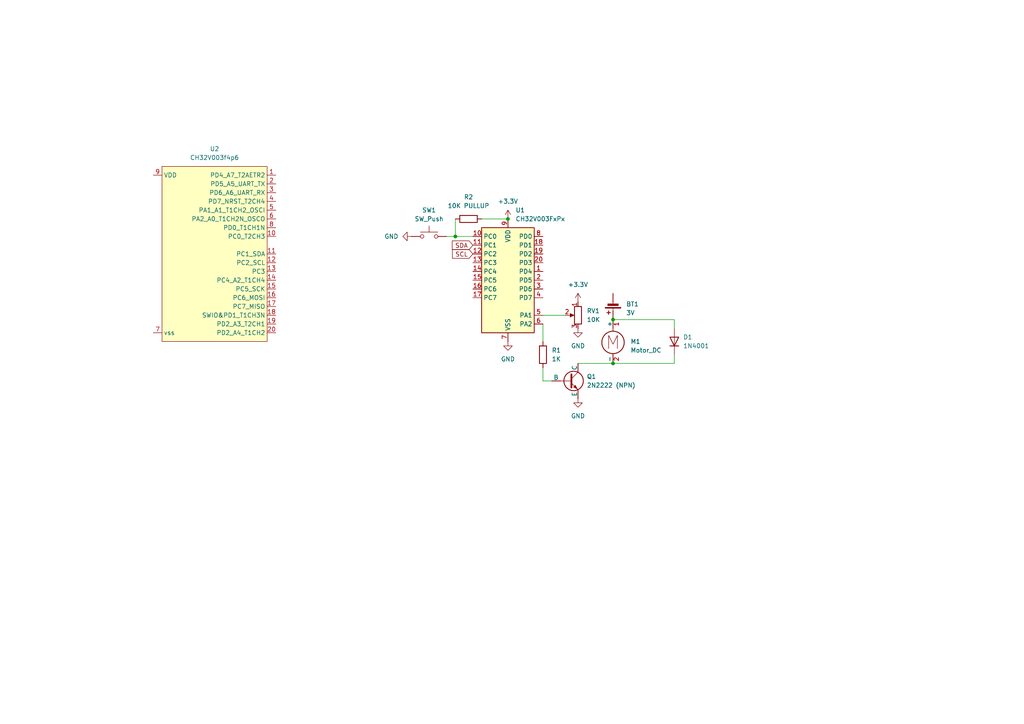
<source format=kicad_sch>
(kicad_sch (version 20231120) (generator "eeschema") (generator_version "8.0")
  (paper "A4")
  (lib_symbols
    (symbol "CH32V003:CH32V003f4p6"
      (property "Reference" "U" (at 0 31.75 0))
      (property "Value" "CH32V003f4p6" (at -7.62 0 90))
      (symbol "CH32V003f4p6_1_1"
        (rectangle (start -15.24 27.94) (end 15.24 -22.86) (fill (type background)))
        (pin bidirectional line (at 17.78 25.4 180) (length 2.54) (name "PD4_A7_T2AETR2") (number "1"))
        (pin bidirectional line (at 17.78 7.62 180) (length 2.54) (name "PC0_T2CH3") (number "10"))
        (pin bidirectional line (at 17.78 2.54 180) (length 2.54) (name "PC1_SDA") (number "11"))
        (pin bidirectional line (at 17.78 0 180) (length 2.54) (name "PC2_SCL") (number "12"))
        (pin bidirectional line (at 17.78 -2.54 180) (length 2.54) (name "PC3") (number "13"))
        (pin bidirectional line (at 17.78 -5.08 180) (length 2.54) (name "PC4_A2_T1CH4") (number "14"))
        (pin bidirectional line (at 17.78 -7.62 180) (length 2.54) (name "PC5_SCK") (number "15"))
        (pin bidirectional line (at 17.78 -10.16 180) (length 2.54) (name "PC6_MOSI") (number "16"))
        (pin bidirectional line (at 17.78 -12.7 180) (length 2.54) (name "PC7_MISO") (number "17"))
        (pin bidirectional line (at 17.78 -15.24 180) (length 2.54) (name "SWIO&PD1_T1CH3N") (number "18"))
        (pin bidirectional line (at 17.78 -17.78 180) (length 2.54) (name "PD2_A3_T2CH1") (number "19"))
        (pin bidirectional line (at 17.78 22.86 180) (length 2.54) (name "PD5_A5_UART_TX") (number "2"))
        (pin bidirectional line (at 17.78 -20.32 180) (length 2.54) (name "PD2_A4_T1CH2") (number "20"))
        (pin bidirectional line (at 17.78 20.32 180) (length 2.54) (name "PD6_A6_UART_RX") (number "3"))
        (pin bidirectional line (at 17.78 17.78 180) (length 2.54) (name "PD7_NRST_T2CH4") (number "4"))
        (pin bidirectional line (at 17.78 15.24 180) (length 2.54) (name "PA1_A1_T1CH2_OSCI") (number "5"))
        (pin bidirectional line (at 17.78 12.7 180) (length 2.54) (name "PA2_A0_T1CH2N_OSCO") (number "6"))
        (pin power_in line (at -17.78 -20.32 0) (length 2.54) (name "vss") (number "7"))
        (pin bidirectional line (at 17.78 10.16 180) (length 2.54) (name "PD0_T1CH1N") (number "8"))
        (pin power_in line (at -17.78 25.4 0) (length 2.54) (name "VDD") (number "9"))
      )
    )
    (symbol "Device:Battery_Cell" (pin_numbers hide) (pin_names (offset 0) hide)
      (property "Reference" "BT" (at 2.54 2.54 0))
      (property "Value" "Battery_Cell" (at 2.54 0 0))
      (symbol "Battery_Cell_0_1"
        (rectangle (start -2.286 1.778) (end 2.286 1.524) (fill (type outline)))
        (rectangle (start -1.524 1.016) (end 1.524 0.508) (fill (type outline)))
        (polyline (pts (xy 0 0.762) (xy 0 0)))
        (polyline (pts (xy 0 1.778) (xy 0 2.54)))
        (polyline (pts (xy 0.762 3.048) (xy 1.778 3.048)) (stroke (width 0.254)))
        (polyline (pts (xy 1.27 3.556) (xy 1.27 2.54)) (stroke (width 0.254)))
      )
      (symbol "Battery_Cell_1_1"
        (pin passive line (at 0 5.08 270) (length 2.54) (name "+") (number "1"))
        (pin passive line (at 0 -2.54 90) (length 2.54) (name "-") (number "2"))
      )
    )
    (symbol "Device:R" (pin_numbers hide) (pin_names (offset 0))
      (property "Reference" "R" (at 2.032 0 90))
      (property "Value" "R" (at 0 0 90))
      (symbol "R_0_1"
        (rectangle (start -1.016 -2.54) (end 1.016 2.54) (stroke (width 0.254)))
      )
      (symbol "R_1_1"
        (pin passive line (at 0 3.81 270) (length 1.27) (name "~") (number "1"))
        (pin passive line (at 0 -3.81 90) (length 1.27) (name "~") (number "2"))
      )
    )
    (symbol "Device:R_Potentiometer" (pin_names (offset 1.016) hide)
      (property "Reference" "RV" (at -4.445 0 90))
      (property "Value" "R_Potentiometer" (at -2.54 0 90))
      (symbol "R_Potentiometer_0_1"
        (polyline (pts (xy 2.54 0) (xy 1.524 0)))
        (polyline (pts (xy 1.143 0) (xy 2.286 0.508) (xy 2.286 -0.508) (xy 1.143 0)) (fill (type outline)))
        (rectangle (start 1.016 2.54) (end -1.016 -2.54) (stroke (width 0.254)))
      )
      (symbol "R_Potentiometer_1_1"
        (pin passive line (at 0 3.81 270) (length 1.27) (name "1") (number "1"))
        (pin passive line (at 3.81 0 180) (length 1.27) (name "2") (number "2"))
        (pin passive line (at 0 -3.81 90) (length 1.27) (name "3") (number "3"))
      )
    )
    (symbol "Diode:1N4001" (pin_numbers hide) (pin_names hide)
      (property "Reference" "D" (at 0 2.54 0))
      (property "Value" "1N4001" (at 0 -2.54 0))
      (symbol "1N4001_0_1"
        (polyline (pts (xy -1.27 1.27) (xy -1.27 -1.27)) (stroke (width 0.254)))
        (polyline (pts (xy 1.27 0) (xy -1.27 0)))
        (polyline (pts (xy 1.27 1.27) (xy 1.27 -1.27) (xy -1.27 0) (xy 1.27 1.27)) (stroke (width 0.254)))
      )
      (symbol "1N4001_1_1"
        (pin passive line (at -3.81 0 0) (length 2.54) (name "K") (number "1"))
        (pin passive line (at 3.81 0 180) (length 2.54) (name "A") (number "2"))
      )
    )
    (symbol "MCU_WCH_CH32V0:CH32V003FxPx"
      (property "Reference" "U" (at -7.62 17.78 0))
      (property "Value" "CH32V003FxPx" (at 7.62 17.78 0))
      (symbol "CH32V003FxPx_1_1"
        (rectangle (start -7.62 15.24) (end 7.62 -15.24) (stroke (width 0.254)) (fill (type background)))
        (pin bidirectional line (at 10.16 2.54 180) (length 2.54) (name "PD4") (number "1"))
        (pin bidirectional line (at -10.16 12.7 0) (length 2.54) (name "PC0") (number "10"))
        (pin bidirectional line (at -10.16 10.16 0) (length 2.54) (name "PC1") (number "11"))
        (pin bidirectional line (at -10.16 7.62 0) (length 2.54) (name "PC2") (number "12"))
        (pin bidirectional line (at -10.16 5.08 0) (length 2.54) (name "PC3") (number "13"))
        (pin bidirectional line (at -10.16 2.54 0) (length 2.54) (name "PC4") (number "14"))
        (pin bidirectional line (at -10.16 0 0) (length 2.54) (name "PC5") (number "15"))
        (pin bidirectional line (at -10.16 -2.54 0) (length 2.54) (name "PC6") (number "16"))
        (pin bidirectional line (at -10.16 -5.08 0) (length 2.54) (name "PC7") (number "17"))
        (pin bidirectional line (at 10.16 10.16 180) (length 2.54) (name "PD1") (number "18"))
        (pin bidirectional line (at 10.16 7.62 180) (length 2.54) (name "PD2") (number "19"))
        (pin bidirectional line (at 10.16 0 180) (length 2.54) (name "PD5") (number "2"))
        (pin bidirectional line (at 10.16 5.08 180) (length 2.54) (name "PD3") (number "20"))
        (pin bidirectional line (at 10.16 -2.54 180) (length 2.54) (name "PD6") (number "3"))
        (pin bidirectional line (at 10.16 -5.08 180) (length 2.54) (name "PD7") (number "4"))
        (pin bidirectional line (at 10.16 -10.16 180) (length 2.54) (name "PA1") (number "5"))
        (pin bidirectional line (at 10.16 -12.7 180) (length 2.54) (name "PA2") (number "6"))
        (pin power_in line (at 0 -17.78 90) (length 2.54) (name "VSS") (number "7"))
        (pin bidirectional line (at 10.16 12.7 180) (length 2.54) (name "PD0") (number "8"))
        (pin power_in line (at 0 17.78 270) (length 2.54) (name "VDD") (number "9"))
      )
    )
    (symbol "Motor:Motor_DC" (pin_names (offset 0))
      (property "Reference" "M" (at 2.54 2.54 0))
      (property "Value" "Motor_DC" (at 2.54 -5.08 0))
      (symbol "Motor_DC_0_0"
        (polyline (pts (xy -1.27 -3.302) (xy -1.27 0.508) (xy 0 -2.032) (xy 1.27 0.508) (xy 1.27 -3.302)))
      )
      (symbol "Motor_DC_0_1"
        (circle (center 0 -1.524) (radius 3.2512) (stroke (width 0.254)))
        (polyline (pts (xy 0 -7.62) (xy 0 -7.112)))
        (polyline (pts (xy 0 -4.7752) (xy 0 -5.1816)))
        (polyline (pts (xy 0 1.7272) (xy 0 2.0828)))
        (polyline (pts (xy 0 2.032) (xy 0 2.54)))
      )
      (symbol "Motor_DC_1_1"
        (pin passive line (at 0 5.08 270) (length 2.54) (name "+") (number "1"))
        (pin passive line (at 0 -7.62 90) (length 2.54) (name "-") (number "2"))
      )
    )
    (symbol "Simulation_SPICE:NPN" (pin_numbers hide) (pin_names (offset 0))
      (property "Reference" "Q" (at -2.54 7.62 0))
      (property "Value" "NPN" (at -2.54 5.08 0))
      (symbol "NPN_0_1"
        (polyline (pts (xy -2.54 0) (xy 0.635 0)) (stroke (width 0.1524)))
        (polyline (pts (xy 0.635 0.635) (xy 2.54 2.54)))
        (polyline (pts (xy 2.794 -1.27) (xy 2.794 -1.27)) (stroke (width 0.1524)))
        (polyline (pts (xy 2.794 -1.27) (xy 2.794 -1.27)) (stroke (width 0.1524)))
        (polyline (pts (xy 0.635 -0.635) (xy 2.54 -2.54) (xy 2.54 -2.54)))
        (polyline (pts (xy 0.635 1.905) (xy 0.635 -1.905) (xy 0.635 -1.905)) (stroke (width 0.508)))
        (polyline (pts (xy 1.27 -1.778) (xy 1.778 -1.27) (xy 2.286 -2.286) (xy 1.27 -1.778) (xy 1.27 -1.778)) (fill (type outline)))
        (circle (center 1.27 0) (radius 2.8194) (stroke (width 0.254)))
      )
      (symbol "NPN_1_1"
        (pin open_collector line (at 2.54 5.08 270) (length 2.54) (name "C") (number "1"))
        (pin input line (at -5.08 0 0) (length 2.54) (name "B") (number "2"))
        (pin open_emitter line (at 2.54 -5.08 90) (length 2.54) (name "E") (number "3"))
      )
    )
    (symbol "Switch:SW_Push" (pin_numbers hide) (pin_names (offset 1.016) hide)
      (property "Reference" "SW" (at 1.27 2.54 0))
      (property "Value" "SW_Push" (at 0 -1.524 0))
      (symbol "SW_Push_0_1"
        (circle (center -2.032 0) (radius 0.508))
        (polyline (pts (xy 0 1.27) (xy 0 3.048)))
        (polyline (pts (xy 2.54 1.27) (xy -2.54 1.27)))
        (circle (center 2.032 0) (radius 0.508))
        (pin passive line (at -5.08 0 0) (length 2.54) (name "1") (number "1"))
        (pin passive line (at 5.08 0 180) (length 2.54) (name "2") (number "2"))
      )
    )
    (symbol "power:+3.3V" (power) (pin_numbers hide) (pin_names (offset 0) hide)
      (property "Value" "+3.3V" (at 0 3.556 0))
      (symbol "+3.3V_0_1"
        (polyline (pts (xy -0.762 1.27) (xy 0 2.54)))
        (polyline (pts (xy 0 0) (xy 0 2.54)))
        (polyline (pts (xy 0 2.54) (xy 0.762 1.27)))
      )
      (symbol "+3.3V_1_1"
        (pin power_in line (at 0 0 90) (length 0) (name "~") (number "1"))
      )
    )
    (symbol "power:GND" (power) (pin_numbers hide) (pin_names (offset 0) hide)
      (property "Value" "GND" (at 0 -3.81 0))
      (symbol "GND_0_1"
        (polyline (pts (xy 0 0) (xy 0 -1.27) (xy 1.27 -1.27) (xy 0 -2.54) (xy -1.27 -1.27) (xy 0 -1.27)))
      )
      (symbol "GND_1_1"
        (pin power_in line (at 0 0 270) (length 0) (name "~") (number "1"))
      )
    )
  )
  (junction (at 147.32 63.5))
  (junction (at 177.8 105.41))
  (junction (at 132.08 68.58))
  (junction (at 177.8 92.71))
  (wire (pts (xy 132.08 63.5) (xy 132.08 68.58)))
  (wire (pts (xy 157.48 93.98) (xy 157.48 99.06)))
  (wire (pts (xy 157.48 106.68) (xy 157.48 110.49)))
  (wire (pts (xy 157.48 110.49) (xy 160.02 110.49)))
  (wire (pts (xy 157.48 91.44) (xy 163.83 91.44)))
  (wire (pts (xy 132.08 68.58) (xy 137.16 68.58)))
  (wire (pts (xy 139.7 63.5) (xy 147.32 63.5)))
  (wire (pts (xy 195.58 102.87) (xy 195.58 105.41)))
  (wire (pts (xy 195.58 105.41) (xy 177.8 105.41)))
  (wire (pts (xy 167.64 105.41) (xy 177.8 105.41)))
  (wire (pts (xy 195.58 92.71) (xy 195.58 95.25)))
  (wire (pts (xy 129.54 68.58) (xy 132.08 68.58)))
  (wire (pts (xy 177.8 92.71) (xy 195.58 92.71)))
  (global_label "SDA" (shape input) (at 137.16 71.12 180) (property "Intersheetrefs" "${INTERSHEET_REFS}" (effects (hide yes))))
  (global_label "SCL" (shape input) (at 137.16 73.66 180) (property "Intersheetrefs" "${INTERSHEET_REFS}" (effects (hide yes))))
  (symbol (lib_id "power:GND") (at 119.38 68.58 270) (unit 1)
    (property "Reference" "#PWR06" (effects (hide yes)))
    (property "Value" "GND" (at 115.57 68.5799 90) (effects (justify right)))
    (property "Description" "Power symbol creates a global label with name \"GND\" , ground" (effects (hide yes)))
  )
  (symbol (lib_id "power:GND") (at 167.64 95.25 0) (unit 1)
    (property "Reference" "#PWR01" (effects (hide yes)))
    (property "Value" "GND" (at 167.64 100.33 0))
    (property "Description" "Power symbol creates a global label with name \"GND\" , ground" (effects (hide yes)))
  )
  (symbol (lib_id "Simulation_SPICE:NPN") (at 165.1 110.49 0) (unit 1)
    (property "Reference" "Q1" (at 170.18 109.2199 0) (effects (justify left)))
    (property "Value" "2N2222 (NPN)" (at 170.18 111.7599 0) (effects (justify left)))
    (property "Datasheet" "https://ngspice.sourceforge.io/docs/ngspice-html-manual/manual.xhtml#cha_BJTs" (effects (hide yes)))
    (property "Description" "Bipolar transistor symbol for simulation only, substrate tied to the emitter" (effects (hide yes)))
    (property "Sim.Device" "NPN" (effects (hide yes)))
    (property "Sim.Type" "GUMMELPOON" (effects (hide yes)))
    (property "Sim.Pins" "1=C 2=B 3=E" (effects (hide yes)))
  )
  (symbol (lib_id "Device:R") (at 135.89 63.5 90) (unit 1)
    (property "Reference" "R2" (at 135.89 57.15 90))
    (property "Value" "10K PULLUP" (at 135.89 59.69 90))
    (property "Description" "Resistor" (effects (hide yes)))
  )
  (symbol (lib_id "power:GND") (at 167.64 115.57 0) (unit 1)
    (property "Reference" "#PWR05" (effects (hide yes)))
    (property "Value" "GND" (at 167.64 120.65 0))
    (property "Description" "Power symbol creates a global label with name \"GND\" , ground" (effects (hide yes)))
  )
  (symbol (lib_id "power:GND") (at 147.32 99.06 0) (unit 1)
    (property "Reference" "#PWR04" (effects (hide yes)))
    (property "Value" "GND" (at 147.32 104.14 0))
    (property "Description" "Power symbol creates a global label with name \"GND\" , ground" (effects (hide yes)))
  )
  (symbol (lib_id "Motor:Motor_DC") (at 177.8 97.79 0) (unit 1)
    (property "Reference" "M1" (at 182.88 99.0599 0) (effects (justify left)))
    (property "Value" "Motor_DC" (at 182.88 101.5999 0) (effects (justify left)))
    (property "Description" "DC Motor" (effects (hide yes)))
  )
  (symbol (lib_id "Device:Battery_Cell") (at 177.8 87.63 180) (unit 1)
    (property "Reference" "BT1" (at 181.61 88.2014 0) (effects (justify right)))
    (property "Value" "3V" (at 181.61 90.7414 0) (effects (justify right)))
    (property "Description" "Single-cell battery" (effects (hide yes)))
  )
  (symbol (lib_id "Switch:SW_Push") (at 124.46 68.58 0) (unit 1)
    (property "Reference" "SW1" (at 124.46 60.96 0))
    (property "Value" "SW_Push" (at 124.46 63.5 0))
    (property "Description" "Push button switch, generic, two pins" (effects (hide yes)))
  )
  (symbol (lib_id "power:+3.3V") (at 167.64 87.63 0) (unit 1)
    (property "Reference" "#PWR02" (effects (hide yes)))
    (property "Value" "+3.3V" (at 167.64 82.55 0))
    (property "Description" "Power symbol creates a global label with name \"+3.3V\"" (effects (hide yes)))
  )
  (symbol (lib_id "Diode:1N4001") (at 195.58 99.06 90) (unit 1)
    (property "Reference" "D1" (at 198.12 97.7899 90) (effects (justify right)))
    (property "Value" "1N4001" (at 198.12 100.3299 90) (effects (justify right)))
    (property "Footprint" "Diode_THT:D_DO-41_SOD81_P10.16mm_Horizontal" (effects (hide yes)))
    (property "Datasheet" "http://www.vishay.com/docs/88503/1n4001.pdf" (effects (hide yes)))
    (property "Description" "50V 1A General Purpose Rectifier Diode, DO-41" (effects (hide yes)))
    (property "Sim.Device" "D" (effects (hide yes)))
    (property "Sim.Pins" "1=K 2=A" (effects (hide yes)))
  )
  (symbol (lib_id "Device:R_Potentiometer") (at 167.64 91.44 0) (mirror y) (unit 1)
    (property "Reference" "RV1" (at 170.18 90.1699 0) (effects (justify right)))
    (property "Value" "10K" (at 170.18 92.7099 0) (effects (justify right)))
    (property "Description" "Potentiometer" (effects (hide yes)))
  )
  (symbol (lib_id "power:+3.3V") (at 147.32 63.5 0) (unit 1)
    (property "Reference" "#PWR03" (effects (hide yes)))
    (property "Value" "+3.3V" (at 147.32 58.42 0))
    (property "Description" "Power symbol creates a global label with name \"+3.3V\"" (effects (hide yes)))
  )
  (symbol (lib_id "Device:R") (at 157.48 102.87 0) (unit 1)
    (property "Reference" "R1" (at 160.02 101.5999 0) (effects (justify left)))
    (property "Value" "1K" (at 160.02 104.1399 0) (effects (justify left)))
    (property "Description" "Resistor" (effects (hide yes)))
  )
  (symbol (lib_id "MCU_WCH_CH32V0:CH32V003FxPx") (at 147.32 81.28 0) (unit 1)
    (property "Reference" "U1" (at 149.5141 60.96 0) (effects (justify left)))
    (property "Value" "CH32V003FxPx" (at 149.5141 63.5 0) (effects (justify left)))
    (property "Footprint" "Package_SO:TSSOP-20_4.4x6.5mm_P0.65mm" (effects (hide yes)))
    (property "Datasheet" "https://www.wch-ic.com/products/CH32V003.html" (effects (hide yes)))
    (property "Description" "CH32V003 series are industrial-grade general-purpose microcontrollers designed based on 32-bit RISC-V instruction set and architecture. It adopts QingKe V2A core, RV32EC instruction set, and supports 2 levels of interrupt nesting. The series are mounted with rich peripheral interfaces and function modules. Its internal organizational structure meets the low-cost and low-power embedded application scenarios." (effects (hide yes)))
  )
  (symbol (lib_id "CH32V003:CH32V003f4p6") (at 62.23 76.2 0) (unit 1)
    (property "Reference" "U2" (at 62.23 43.18 0))
    (property "Value" "CH32V003f4p6" (at 62.23 45.72 0))
    (property "Footprint" "Package_SO:TSSOP-20_4.4x6.5mm_P0.65mm" (effects (hide yes)))
    (property "Datasheet" "https://github.com/cnlohr/ch32v003fun" (effects (hide yes)))
  )
)
</source>
